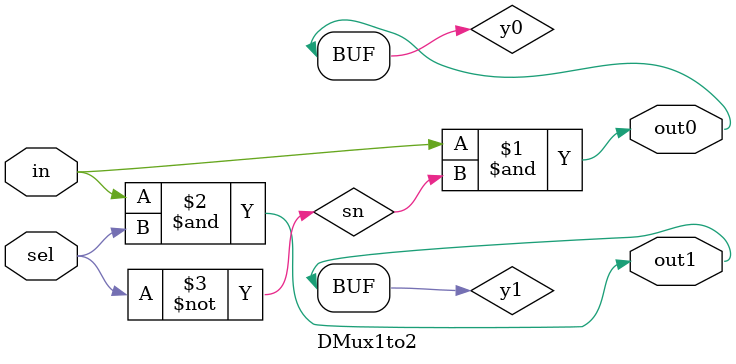
<source format=v>
module DMux1to2 (out0,out1,in,sel);
output out0,out1;
input in;
input sel;
wire sn;
wire y0, y1;
not(sn, sel);
and(y0, in, sn);
and(y1, in, sel);

assign out0 = y0;
assign out1 = y1;

    
endmodule
</source>
